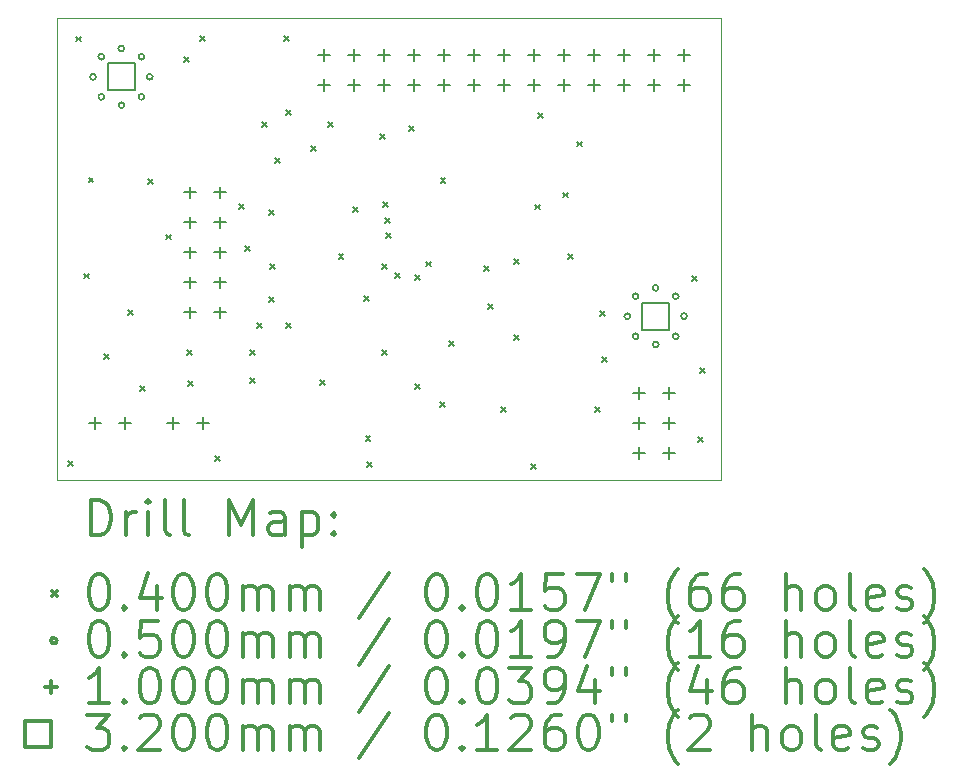
<source format=gbr>
%FSLAX45Y45*%
G04 Gerber Fmt 4.5, Leading zero omitted, Abs format (unit mm)*
G04 Created by KiCad (PCBNEW (5.1.10-1-10_14)) date 2021-11-11 19:57:23*
%MOMM*%
%LPD*%
G01*
G04 APERTURE LIST*
%TA.AperFunction,Profile*%
%ADD10C,0.050000*%
%TD*%
%ADD11C,0.200000*%
%ADD12C,0.300000*%
G04 APERTURE END LIST*
D10*
X7315200Y-14620240D02*
X12934950Y-14620240D01*
X7315200Y-10712450D02*
X12934950Y-10712450D01*
X7315200Y-14620240D02*
X7315200Y-10712450D01*
X12934950Y-10712450D02*
X12934950Y-14620240D01*
D11*
X7409500Y-14458000D02*
X7449500Y-14498000D01*
X7449500Y-14458000D02*
X7409500Y-14498000D01*
X7473000Y-10866440D02*
X7513000Y-10906440D01*
X7513000Y-10866440D02*
X7473000Y-10906440D01*
X7544120Y-12873040D02*
X7584120Y-12913040D01*
X7584120Y-12873040D02*
X7544120Y-12913040D01*
X7582220Y-12060240D02*
X7622220Y-12100240D01*
X7622220Y-12060240D02*
X7582220Y-12100240D01*
X7714300Y-13553760D02*
X7754300Y-13593760D01*
X7754300Y-13553760D02*
X7714300Y-13593760D01*
X7914960Y-13182920D02*
X7954960Y-13222920D01*
X7954960Y-13182920D02*
X7914960Y-13222920D01*
X8019100Y-13828080D02*
X8059100Y-13868080D01*
X8059100Y-13828080D02*
X8019100Y-13868080D01*
X8082600Y-12070400D02*
X8122600Y-12110400D01*
X8122600Y-12070400D02*
X8082600Y-12110400D01*
X8240080Y-12542840D02*
X8280080Y-12582840D01*
X8280080Y-12542840D02*
X8240080Y-12582840D01*
X8387400Y-11041700D02*
X8427400Y-11081700D01*
X8427400Y-11041700D02*
X8387400Y-11081700D01*
X8412800Y-13518200D02*
X8452800Y-13558200D01*
X8452800Y-13518200D02*
X8412800Y-13558200D01*
X8422960Y-13784900D02*
X8462960Y-13824900D01*
X8462960Y-13784900D02*
X8422960Y-13824900D01*
X8527100Y-10863900D02*
X8567100Y-10903900D01*
X8567100Y-10863900D02*
X8527100Y-10903900D01*
X8654100Y-14419900D02*
X8694100Y-14459900D01*
X8694100Y-14419900D02*
X8654100Y-14459900D01*
X8857300Y-12286300D02*
X8897300Y-12326300D01*
X8897300Y-12286300D02*
X8857300Y-12326300D01*
X8908100Y-12641900D02*
X8948100Y-12681900D01*
X8948100Y-12641900D02*
X8908100Y-12681900D01*
X8946200Y-13518200D02*
X8986200Y-13558200D01*
X8986200Y-13518200D02*
X8946200Y-13558200D01*
X8951280Y-13759500D02*
X8991280Y-13799500D01*
X8991280Y-13759500D02*
X8951280Y-13799500D01*
X9009700Y-13289600D02*
X9049700Y-13329600D01*
X9049700Y-13289600D02*
X9009700Y-13329600D01*
X9047800Y-11587800D02*
X9087800Y-11627800D01*
X9087800Y-11587800D02*
X9047800Y-11627800D01*
X9111300Y-12337100D02*
X9151300Y-12377100D01*
X9151300Y-12337100D02*
X9111300Y-12377100D01*
X9111300Y-13073700D02*
X9151300Y-13113700D01*
X9151300Y-13073700D02*
X9111300Y-13113700D01*
X9118920Y-12791760D02*
X9158920Y-12831760D01*
X9158920Y-12791760D02*
X9118920Y-12831760D01*
X9162100Y-11892600D02*
X9202100Y-11932600D01*
X9202100Y-11892600D02*
X9162100Y-11932600D01*
X9238300Y-10863900D02*
X9278300Y-10903900D01*
X9278300Y-10863900D02*
X9238300Y-10903900D01*
X9251000Y-11486200D02*
X9291000Y-11526200D01*
X9291000Y-11486200D02*
X9251000Y-11526200D01*
X9256080Y-13294680D02*
X9296080Y-13334680D01*
X9296080Y-13294680D02*
X9256080Y-13334680D01*
X9466900Y-11791000D02*
X9506900Y-11831000D01*
X9506900Y-11791000D02*
X9466900Y-11831000D01*
X9543100Y-13772200D02*
X9583100Y-13812200D01*
X9583100Y-13772200D02*
X9543100Y-13812200D01*
X9610019Y-11587800D02*
X9650019Y-11627800D01*
X9650019Y-11587800D02*
X9610019Y-11627800D01*
X9698040Y-12705400D02*
X9738040Y-12745400D01*
X9738040Y-12705400D02*
X9698040Y-12745400D01*
X9822500Y-12311700D02*
X9862500Y-12351700D01*
X9862500Y-12311700D02*
X9822500Y-12351700D01*
X9911400Y-13061000D02*
X9951400Y-13101000D01*
X9951400Y-13061000D02*
X9911400Y-13101000D01*
X9926640Y-14249720D02*
X9966640Y-14289720D01*
X9966640Y-14249720D02*
X9926640Y-14289720D01*
X9936800Y-14470700D02*
X9976800Y-14510700D01*
X9976800Y-14470700D02*
X9936800Y-14510700D01*
X10048560Y-11689400D02*
X10088560Y-11729400D01*
X10088560Y-11689400D02*
X10048560Y-11729400D01*
X10063800Y-12792900D02*
X10103800Y-12832900D01*
X10103800Y-12792900D02*
X10063800Y-12832900D01*
X10066340Y-13518200D02*
X10106340Y-13558200D01*
X10106340Y-13518200D02*
X10066340Y-13558200D01*
X10076500Y-12268700D02*
X10116500Y-12308700D01*
X10116500Y-12268700D02*
X10076500Y-12308700D01*
X10089200Y-12400600D02*
X10129200Y-12440600D01*
X10129200Y-12400600D02*
X10089200Y-12440600D01*
X10099360Y-12532680D02*
X10139360Y-12572680D01*
X10139360Y-12532680D02*
X10099360Y-12572680D01*
X10178100Y-12870500D02*
X10218100Y-12910500D01*
X10218100Y-12870500D02*
X10178100Y-12910500D01*
X10297480Y-11623360D02*
X10337480Y-11663360D01*
X10337480Y-11623360D02*
X10297480Y-11663360D01*
X10343200Y-13810300D02*
X10383200Y-13850300D01*
X10383200Y-13810300D02*
X10343200Y-13850300D01*
X10348280Y-12888280D02*
X10388280Y-12928280D01*
X10388280Y-12888280D02*
X10348280Y-12928280D01*
X10438450Y-12771440D02*
X10478450Y-12811440D01*
X10478450Y-12771440D02*
X10438450Y-12811440D01*
X10556560Y-13960160D02*
X10596560Y-14000160D01*
X10596560Y-13960160D02*
X10556560Y-14000160D01*
X10561640Y-12065320D02*
X10601640Y-12105320D01*
X10601640Y-12065320D02*
X10561640Y-12105320D01*
X10635300Y-13442000D02*
X10675300Y-13482000D01*
X10675300Y-13442000D02*
X10635300Y-13482000D01*
X10927400Y-12807000D02*
X10967400Y-12847000D01*
X10967400Y-12807000D02*
X10927400Y-12847000D01*
X10962960Y-13132120D02*
X11002960Y-13172120D01*
X11002960Y-13132120D02*
X10962960Y-13172120D01*
X11074720Y-14000800D02*
X11114720Y-14040800D01*
X11114720Y-14000800D02*
X11074720Y-14040800D01*
X11181400Y-12751120D02*
X11221400Y-12791120D01*
X11221400Y-12751120D02*
X11181400Y-12791120D01*
X11181400Y-13391200D02*
X11221400Y-13431200D01*
X11221400Y-13391200D02*
X11181400Y-13431200D01*
X11328720Y-14483400D02*
X11368720Y-14523400D01*
X11368720Y-14483400D02*
X11328720Y-14523400D01*
X11364280Y-12288840D02*
X11404280Y-12328840D01*
X11404280Y-12288840D02*
X11364280Y-12328840D01*
X11389680Y-11516680D02*
X11429680Y-11556680D01*
X11429680Y-11516680D02*
X11389680Y-11556680D01*
X11597960Y-12187240D02*
X11637960Y-12227240D01*
X11637960Y-12187240D02*
X11597960Y-12227240D01*
X11638600Y-12705400D02*
X11678600Y-12745400D01*
X11678600Y-12705400D02*
X11638600Y-12745400D01*
X11719880Y-11755440D02*
X11759880Y-11795440D01*
X11759880Y-11755440D02*
X11719880Y-11795440D01*
X11867200Y-14000800D02*
X11907200Y-14040800D01*
X11907200Y-14000800D02*
X11867200Y-14040800D01*
X11912920Y-13193080D02*
X11952920Y-13233080D01*
X11952920Y-13193080D02*
X11912920Y-13233080D01*
X11930700Y-13581700D02*
X11970700Y-13621700D01*
X11970700Y-13581700D02*
X11930700Y-13621700D01*
X12690160Y-12893360D02*
X12730160Y-12933360D01*
X12730160Y-12893360D02*
X12690160Y-12933360D01*
X12743500Y-14254800D02*
X12783500Y-14294800D01*
X12783500Y-14254800D02*
X12743500Y-14294800D01*
X12756200Y-13670600D02*
X12796200Y-13710600D01*
X12796200Y-13670600D02*
X12756200Y-13710600D01*
X7643760Y-11206480D02*
G75*
G03*
X7643760Y-11206480I-25000J0D01*
G01*
X7714054Y-11036774D02*
G75*
G03*
X7714054Y-11036774I-25000J0D01*
G01*
X7714054Y-11376186D02*
G75*
G03*
X7714054Y-11376186I-25000J0D01*
G01*
X7883760Y-10966480D02*
G75*
G03*
X7883760Y-10966480I-25000J0D01*
G01*
X7883760Y-11446480D02*
G75*
G03*
X7883760Y-11446480I-25000J0D01*
G01*
X8053466Y-11036774D02*
G75*
G03*
X8053466Y-11036774I-25000J0D01*
G01*
X8053466Y-11376186D02*
G75*
G03*
X8053466Y-11376186I-25000J0D01*
G01*
X8123760Y-11206480D02*
G75*
G03*
X8123760Y-11206480I-25000J0D01*
G01*
X12167500Y-13233400D02*
G75*
G03*
X12167500Y-13233400I-25000J0D01*
G01*
X12237794Y-13063694D02*
G75*
G03*
X12237794Y-13063694I-25000J0D01*
G01*
X12237794Y-13403106D02*
G75*
G03*
X12237794Y-13403106I-25000J0D01*
G01*
X12407500Y-12993400D02*
G75*
G03*
X12407500Y-12993400I-25000J0D01*
G01*
X12407500Y-13473400D02*
G75*
G03*
X12407500Y-13473400I-25000J0D01*
G01*
X12577206Y-13063694D02*
G75*
G03*
X12577206Y-13063694I-25000J0D01*
G01*
X12577206Y-13403106D02*
G75*
G03*
X12577206Y-13403106I-25000J0D01*
G01*
X12647500Y-13233400D02*
G75*
G03*
X12647500Y-13233400I-25000J0D01*
G01*
X7632700Y-14085100D02*
X7632700Y-14185100D01*
X7582700Y-14135100D02*
X7682700Y-14135100D01*
X7886700Y-14085100D02*
X7886700Y-14185100D01*
X7836700Y-14135100D02*
X7936700Y-14135100D01*
X8293100Y-14085100D02*
X8293100Y-14185100D01*
X8243100Y-14135100D02*
X8343100Y-14135100D01*
X8439150Y-12135650D02*
X8439150Y-12235650D01*
X8389150Y-12185650D02*
X8489150Y-12185650D01*
X8439150Y-12389650D02*
X8439150Y-12489650D01*
X8389150Y-12439650D02*
X8489150Y-12439650D01*
X8439150Y-12643650D02*
X8439150Y-12743650D01*
X8389150Y-12693650D02*
X8489150Y-12693650D01*
X8439150Y-12897650D02*
X8439150Y-12997650D01*
X8389150Y-12947650D02*
X8489150Y-12947650D01*
X8439150Y-13151650D02*
X8439150Y-13251650D01*
X8389150Y-13201650D02*
X8489150Y-13201650D01*
X8547100Y-14085100D02*
X8547100Y-14185100D01*
X8497100Y-14135100D02*
X8597100Y-14135100D01*
X8693150Y-12135650D02*
X8693150Y-12235650D01*
X8643150Y-12185650D02*
X8743150Y-12185650D01*
X8693150Y-12389650D02*
X8693150Y-12489650D01*
X8643150Y-12439650D02*
X8743150Y-12439650D01*
X8693150Y-12643650D02*
X8693150Y-12743650D01*
X8643150Y-12693650D02*
X8743150Y-12693650D01*
X8693150Y-12897650D02*
X8693150Y-12997650D01*
X8643150Y-12947650D02*
X8743150Y-12947650D01*
X8693150Y-13151650D02*
X8693150Y-13251650D01*
X8643150Y-13201650D02*
X8743150Y-13201650D01*
X9575800Y-10973600D02*
X9575800Y-11073600D01*
X9525800Y-11023600D02*
X9625800Y-11023600D01*
X9575800Y-11227600D02*
X9575800Y-11327600D01*
X9525800Y-11277600D02*
X9625800Y-11277600D01*
X9829800Y-10973600D02*
X9829800Y-11073600D01*
X9779800Y-11023600D02*
X9879800Y-11023600D01*
X9829800Y-11227600D02*
X9829800Y-11327600D01*
X9779800Y-11277600D02*
X9879800Y-11277600D01*
X10083800Y-10973600D02*
X10083800Y-11073600D01*
X10033800Y-11023600D02*
X10133800Y-11023600D01*
X10083800Y-11227600D02*
X10083800Y-11327600D01*
X10033800Y-11277600D02*
X10133800Y-11277600D01*
X10337800Y-10973600D02*
X10337800Y-11073600D01*
X10287800Y-11023600D02*
X10387800Y-11023600D01*
X10337800Y-11227600D02*
X10337800Y-11327600D01*
X10287800Y-11277600D02*
X10387800Y-11277600D01*
X10591800Y-10973600D02*
X10591800Y-11073600D01*
X10541800Y-11023600D02*
X10641800Y-11023600D01*
X10591800Y-11227600D02*
X10591800Y-11327600D01*
X10541800Y-11277600D02*
X10641800Y-11277600D01*
X10845800Y-10973600D02*
X10845800Y-11073600D01*
X10795800Y-11023600D02*
X10895800Y-11023600D01*
X10845800Y-11227600D02*
X10845800Y-11327600D01*
X10795800Y-11277600D02*
X10895800Y-11277600D01*
X11099800Y-10973600D02*
X11099800Y-11073600D01*
X11049800Y-11023600D02*
X11149800Y-11023600D01*
X11099800Y-11227600D02*
X11099800Y-11327600D01*
X11049800Y-11277600D02*
X11149800Y-11277600D01*
X11353800Y-10973600D02*
X11353800Y-11073600D01*
X11303800Y-11023600D02*
X11403800Y-11023600D01*
X11353800Y-11227600D02*
X11353800Y-11327600D01*
X11303800Y-11277600D02*
X11403800Y-11277600D01*
X11607800Y-10973600D02*
X11607800Y-11073600D01*
X11557800Y-11023600D02*
X11657800Y-11023600D01*
X11607800Y-11227600D02*
X11607800Y-11327600D01*
X11557800Y-11277600D02*
X11657800Y-11277600D01*
X11861800Y-10973600D02*
X11861800Y-11073600D01*
X11811800Y-11023600D02*
X11911800Y-11023600D01*
X11861800Y-11227600D02*
X11861800Y-11327600D01*
X11811800Y-11277600D02*
X11911800Y-11277600D01*
X12115800Y-10973600D02*
X12115800Y-11073600D01*
X12065800Y-11023600D02*
X12165800Y-11023600D01*
X12115800Y-11227600D02*
X12115800Y-11327600D01*
X12065800Y-11277600D02*
X12165800Y-11277600D01*
X12242800Y-13831100D02*
X12242800Y-13931100D01*
X12192800Y-13881100D02*
X12292800Y-13881100D01*
X12242800Y-14085100D02*
X12242800Y-14185100D01*
X12192800Y-14135100D02*
X12292800Y-14135100D01*
X12242800Y-14339100D02*
X12242800Y-14439100D01*
X12192800Y-14389100D02*
X12292800Y-14389100D01*
X12369800Y-10973600D02*
X12369800Y-11073600D01*
X12319800Y-11023600D02*
X12419800Y-11023600D01*
X12369800Y-11227600D02*
X12369800Y-11327600D01*
X12319800Y-11277600D02*
X12419800Y-11277600D01*
X12496800Y-13831100D02*
X12496800Y-13931100D01*
X12446800Y-13881100D02*
X12546800Y-13881100D01*
X12496800Y-14085100D02*
X12496800Y-14185100D01*
X12446800Y-14135100D02*
X12546800Y-14135100D01*
X12496800Y-14339100D02*
X12496800Y-14439100D01*
X12446800Y-14389100D02*
X12546800Y-14389100D01*
X12623800Y-10973600D02*
X12623800Y-11073600D01*
X12573800Y-11023600D02*
X12673800Y-11023600D01*
X12623800Y-11227600D02*
X12623800Y-11327600D01*
X12573800Y-11277600D02*
X12673800Y-11277600D01*
X7971898Y-11319618D02*
X7971898Y-11093342D01*
X7745622Y-11093342D01*
X7745622Y-11319618D01*
X7971898Y-11319618D01*
X12495638Y-13346538D02*
X12495638Y-13120262D01*
X12269362Y-13120262D01*
X12269362Y-13346538D01*
X12495638Y-13346538D01*
D12*
X7599128Y-15088454D02*
X7599128Y-14788454D01*
X7670557Y-14788454D01*
X7713414Y-14802740D01*
X7741986Y-14831311D01*
X7756271Y-14859883D01*
X7770557Y-14917026D01*
X7770557Y-14959883D01*
X7756271Y-15017026D01*
X7741986Y-15045597D01*
X7713414Y-15074169D01*
X7670557Y-15088454D01*
X7599128Y-15088454D01*
X7899128Y-15088454D02*
X7899128Y-14888454D01*
X7899128Y-14945597D02*
X7913414Y-14917026D01*
X7927700Y-14902740D01*
X7956271Y-14888454D01*
X7984843Y-14888454D01*
X8084843Y-15088454D02*
X8084843Y-14888454D01*
X8084843Y-14788454D02*
X8070557Y-14802740D01*
X8084843Y-14817026D01*
X8099128Y-14802740D01*
X8084843Y-14788454D01*
X8084843Y-14817026D01*
X8270557Y-15088454D02*
X8241986Y-15074169D01*
X8227700Y-15045597D01*
X8227700Y-14788454D01*
X8427700Y-15088454D02*
X8399128Y-15074169D01*
X8384843Y-15045597D01*
X8384843Y-14788454D01*
X8770557Y-15088454D02*
X8770557Y-14788454D01*
X8870557Y-15002740D01*
X8970557Y-14788454D01*
X8970557Y-15088454D01*
X9241986Y-15088454D02*
X9241986Y-14931311D01*
X9227700Y-14902740D01*
X9199128Y-14888454D01*
X9141986Y-14888454D01*
X9113414Y-14902740D01*
X9241986Y-15074169D02*
X9213414Y-15088454D01*
X9141986Y-15088454D01*
X9113414Y-15074169D01*
X9099128Y-15045597D01*
X9099128Y-15017026D01*
X9113414Y-14988454D01*
X9141986Y-14974169D01*
X9213414Y-14974169D01*
X9241986Y-14959883D01*
X9384843Y-14888454D02*
X9384843Y-15188454D01*
X9384843Y-14902740D02*
X9413414Y-14888454D01*
X9470557Y-14888454D01*
X9499128Y-14902740D01*
X9513414Y-14917026D01*
X9527700Y-14945597D01*
X9527700Y-15031311D01*
X9513414Y-15059883D01*
X9499128Y-15074169D01*
X9470557Y-15088454D01*
X9413414Y-15088454D01*
X9384843Y-15074169D01*
X9656271Y-15059883D02*
X9670557Y-15074169D01*
X9656271Y-15088454D01*
X9641986Y-15074169D01*
X9656271Y-15059883D01*
X9656271Y-15088454D01*
X9656271Y-14902740D02*
X9670557Y-14917026D01*
X9656271Y-14931311D01*
X9641986Y-14917026D01*
X9656271Y-14902740D01*
X9656271Y-14931311D01*
X7272700Y-15562740D02*
X7312700Y-15602740D01*
X7312700Y-15562740D02*
X7272700Y-15602740D01*
X7656271Y-15418454D02*
X7684843Y-15418454D01*
X7713414Y-15432740D01*
X7727700Y-15447026D01*
X7741986Y-15475597D01*
X7756271Y-15532740D01*
X7756271Y-15604169D01*
X7741986Y-15661311D01*
X7727700Y-15689883D01*
X7713414Y-15704169D01*
X7684843Y-15718454D01*
X7656271Y-15718454D01*
X7627700Y-15704169D01*
X7613414Y-15689883D01*
X7599128Y-15661311D01*
X7584843Y-15604169D01*
X7584843Y-15532740D01*
X7599128Y-15475597D01*
X7613414Y-15447026D01*
X7627700Y-15432740D01*
X7656271Y-15418454D01*
X7884843Y-15689883D02*
X7899128Y-15704169D01*
X7884843Y-15718454D01*
X7870557Y-15704169D01*
X7884843Y-15689883D01*
X7884843Y-15718454D01*
X8156271Y-15518454D02*
X8156271Y-15718454D01*
X8084843Y-15404169D02*
X8013414Y-15618454D01*
X8199128Y-15618454D01*
X8370557Y-15418454D02*
X8399128Y-15418454D01*
X8427700Y-15432740D01*
X8441986Y-15447026D01*
X8456271Y-15475597D01*
X8470557Y-15532740D01*
X8470557Y-15604169D01*
X8456271Y-15661311D01*
X8441986Y-15689883D01*
X8427700Y-15704169D01*
X8399128Y-15718454D01*
X8370557Y-15718454D01*
X8341986Y-15704169D01*
X8327700Y-15689883D01*
X8313414Y-15661311D01*
X8299128Y-15604169D01*
X8299128Y-15532740D01*
X8313414Y-15475597D01*
X8327700Y-15447026D01*
X8341986Y-15432740D01*
X8370557Y-15418454D01*
X8656271Y-15418454D02*
X8684843Y-15418454D01*
X8713414Y-15432740D01*
X8727700Y-15447026D01*
X8741986Y-15475597D01*
X8756271Y-15532740D01*
X8756271Y-15604169D01*
X8741986Y-15661311D01*
X8727700Y-15689883D01*
X8713414Y-15704169D01*
X8684843Y-15718454D01*
X8656271Y-15718454D01*
X8627700Y-15704169D01*
X8613414Y-15689883D01*
X8599128Y-15661311D01*
X8584843Y-15604169D01*
X8584843Y-15532740D01*
X8599128Y-15475597D01*
X8613414Y-15447026D01*
X8627700Y-15432740D01*
X8656271Y-15418454D01*
X8884843Y-15718454D02*
X8884843Y-15518454D01*
X8884843Y-15547026D02*
X8899128Y-15532740D01*
X8927700Y-15518454D01*
X8970557Y-15518454D01*
X8999128Y-15532740D01*
X9013414Y-15561311D01*
X9013414Y-15718454D01*
X9013414Y-15561311D02*
X9027700Y-15532740D01*
X9056271Y-15518454D01*
X9099128Y-15518454D01*
X9127700Y-15532740D01*
X9141986Y-15561311D01*
X9141986Y-15718454D01*
X9284843Y-15718454D02*
X9284843Y-15518454D01*
X9284843Y-15547026D02*
X9299128Y-15532740D01*
X9327700Y-15518454D01*
X9370557Y-15518454D01*
X9399128Y-15532740D01*
X9413414Y-15561311D01*
X9413414Y-15718454D01*
X9413414Y-15561311D02*
X9427700Y-15532740D01*
X9456271Y-15518454D01*
X9499128Y-15518454D01*
X9527700Y-15532740D01*
X9541986Y-15561311D01*
X9541986Y-15718454D01*
X10127700Y-15404169D02*
X9870557Y-15789883D01*
X10513414Y-15418454D02*
X10541986Y-15418454D01*
X10570557Y-15432740D01*
X10584843Y-15447026D01*
X10599128Y-15475597D01*
X10613414Y-15532740D01*
X10613414Y-15604169D01*
X10599128Y-15661311D01*
X10584843Y-15689883D01*
X10570557Y-15704169D01*
X10541986Y-15718454D01*
X10513414Y-15718454D01*
X10484843Y-15704169D01*
X10470557Y-15689883D01*
X10456271Y-15661311D01*
X10441986Y-15604169D01*
X10441986Y-15532740D01*
X10456271Y-15475597D01*
X10470557Y-15447026D01*
X10484843Y-15432740D01*
X10513414Y-15418454D01*
X10741986Y-15689883D02*
X10756271Y-15704169D01*
X10741986Y-15718454D01*
X10727700Y-15704169D01*
X10741986Y-15689883D01*
X10741986Y-15718454D01*
X10941986Y-15418454D02*
X10970557Y-15418454D01*
X10999128Y-15432740D01*
X11013414Y-15447026D01*
X11027700Y-15475597D01*
X11041986Y-15532740D01*
X11041986Y-15604169D01*
X11027700Y-15661311D01*
X11013414Y-15689883D01*
X10999128Y-15704169D01*
X10970557Y-15718454D01*
X10941986Y-15718454D01*
X10913414Y-15704169D01*
X10899128Y-15689883D01*
X10884843Y-15661311D01*
X10870557Y-15604169D01*
X10870557Y-15532740D01*
X10884843Y-15475597D01*
X10899128Y-15447026D01*
X10913414Y-15432740D01*
X10941986Y-15418454D01*
X11327700Y-15718454D02*
X11156271Y-15718454D01*
X11241986Y-15718454D02*
X11241986Y-15418454D01*
X11213414Y-15461311D01*
X11184843Y-15489883D01*
X11156271Y-15504169D01*
X11599128Y-15418454D02*
X11456271Y-15418454D01*
X11441986Y-15561311D01*
X11456271Y-15547026D01*
X11484843Y-15532740D01*
X11556271Y-15532740D01*
X11584843Y-15547026D01*
X11599128Y-15561311D01*
X11613414Y-15589883D01*
X11613414Y-15661311D01*
X11599128Y-15689883D01*
X11584843Y-15704169D01*
X11556271Y-15718454D01*
X11484843Y-15718454D01*
X11456271Y-15704169D01*
X11441986Y-15689883D01*
X11713414Y-15418454D02*
X11913414Y-15418454D01*
X11784843Y-15718454D01*
X12013414Y-15418454D02*
X12013414Y-15475597D01*
X12127700Y-15418454D02*
X12127700Y-15475597D01*
X12570557Y-15832740D02*
X12556271Y-15818454D01*
X12527700Y-15775597D01*
X12513414Y-15747026D01*
X12499128Y-15704169D01*
X12484843Y-15632740D01*
X12484843Y-15575597D01*
X12499128Y-15504169D01*
X12513414Y-15461311D01*
X12527700Y-15432740D01*
X12556271Y-15389883D01*
X12570557Y-15375597D01*
X12813414Y-15418454D02*
X12756271Y-15418454D01*
X12727700Y-15432740D01*
X12713414Y-15447026D01*
X12684843Y-15489883D01*
X12670557Y-15547026D01*
X12670557Y-15661311D01*
X12684843Y-15689883D01*
X12699128Y-15704169D01*
X12727700Y-15718454D01*
X12784843Y-15718454D01*
X12813414Y-15704169D01*
X12827700Y-15689883D01*
X12841986Y-15661311D01*
X12841986Y-15589883D01*
X12827700Y-15561311D01*
X12813414Y-15547026D01*
X12784843Y-15532740D01*
X12727700Y-15532740D01*
X12699128Y-15547026D01*
X12684843Y-15561311D01*
X12670557Y-15589883D01*
X13099128Y-15418454D02*
X13041986Y-15418454D01*
X13013414Y-15432740D01*
X12999128Y-15447026D01*
X12970557Y-15489883D01*
X12956271Y-15547026D01*
X12956271Y-15661311D01*
X12970557Y-15689883D01*
X12984843Y-15704169D01*
X13013414Y-15718454D01*
X13070557Y-15718454D01*
X13099128Y-15704169D01*
X13113414Y-15689883D01*
X13127700Y-15661311D01*
X13127700Y-15589883D01*
X13113414Y-15561311D01*
X13099128Y-15547026D01*
X13070557Y-15532740D01*
X13013414Y-15532740D01*
X12984843Y-15547026D01*
X12970557Y-15561311D01*
X12956271Y-15589883D01*
X13484843Y-15718454D02*
X13484843Y-15418454D01*
X13613414Y-15718454D02*
X13613414Y-15561311D01*
X13599128Y-15532740D01*
X13570557Y-15518454D01*
X13527700Y-15518454D01*
X13499128Y-15532740D01*
X13484843Y-15547026D01*
X13799128Y-15718454D02*
X13770557Y-15704169D01*
X13756271Y-15689883D01*
X13741986Y-15661311D01*
X13741986Y-15575597D01*
X13756271Y-15547026D01*
X13770557Y-15532740D01*
X13799128Y-15518454D01*
X13841986Y-15518454D01*
X13870557Y-15532740D01*
X13884843Y-15547026D01*
X13899128Y-15575597D01*
X13899128Y-15661311D01*
X13884843Y-15689883D01*
X13870557Y-15704169D01*
X13841986Y-15718454D01*
X13799128Y-15718454D01*
X14070557Y-15718454D02*
X14041986Y-15704169D01*
X14027700Y-15675597D01*
X14027700Y-15418454D01*
X14299128Y-15704169D02*
X14270557Y-15718454D01*
X14213414Y-15718454D01*
X14184843Y-15704169D01*
X14170557Y-15675597D01*
X14170557Y-15561311D01*
X14184843Y-15532740D01*
X14213414Y-15518454D01*
X14270557Y-15518454D01*
X14299128Y-15532740D01*
X14313414Y-15561311D01*
X14313414Y-15589883D01*
X14170557Y-15618454D01*
X14427700Y-15704169D02*
X14456271Y-15718454D01*
X14513414Y-15718454D01*
X14541986Y-15704169D01*
X14556271Y-15675597D01*
X14556271Y-15661311D01*
X14541986Y-15632740D01*
X14513414Y-15618454D01*
X14470557Y-15618454D01*
X14441986Y-15604169D01*
X14427700Y-15575597D01*
X14427700Y-15561311D01*
X14441986Y-15532740D01*
X14470557Y-15518454D01*
X14513414Y-15518454D01*
X14541986Y-15532740D01*
X14656271Y-15832740D02*
X14670557Y-15818454D01*
X14699128Y-15775597D01*
X14713414Y-15747026D01*
X14727700Y-15704169D01*
X14741986Y-15632740D01*
X14741986Y-15575597D01*
X14727700Y-15504169D01*
X14713414Y-15461311D01*
X14699128Y-15432740D01*
X14670557Y-15389883D01*
X14656271Y-15375597D01*
X7312700Y-15978740D02*
G75*
G03*
X7312700Y-15978740I-25000J0D01*
G01*
X7656271Y-15814454D02*
X7684843Y-15814454D01*
X7713414Y-15828740D01*
X7727700Y-15843026D01*
X7741986Y-15871597D01*
X7756271Y-15928740D01*
X7756271Y-16000169D01*
X7741986Y-16057311D01*
X7727700Y-16085883D01*
X7713414Y-16100169D01*
X7684843Y-16114454D01*
X7656271Y-16114454D01*
X7627700Y-16100169D01*
X7613414Y-16085883D01*
X7599128Y-16057311D01*
X7584843Y-16000169D01*
X7584843Y-15928740D01*
X7599128Y-15871597D01*
X7613414Y-15843026D01*
X7627700Y-15828740D01*
X7656271Y-15814454D01*
X7884843Y-16085883D02*
X7899128Y-16100169D01*
X7884843Y-16114454D01*
X7870557Y-16100169D01*
X7884843Y-16085883D01*
X7884843Y-16114454D01*
X8170557Y-15814454D02*
X8027700Y-15814454D01*
X8013414Y-15957311D01*
X8027700Y-15943026D01*
X8056271Y-15928740D01*
X8127700Y-15928740D01*
X8156271Y-15943026D01*
X8170557Y-15957311D01*
X8184843Y-15985883D01*
X8184843Y-16057311D01*
X8170557Y-16085883D01*
X8156271Y-16100169D01*
X8127700Y-16114454D01*
X8056271Y-16114454D01*
X8027700Y-16100169D01*
X8013414Y-16085883D01*
X8370557Y-15814454D02*
X8399128Y-15814454D01*
X8427700Y-15828740D01*
X8441986Y-15843026D01*
X8456271Y-15871597D01*
X8470557Y-15928740D01*
X8470557Y-16000169D01*
X8456271Y-16057311D01*
X8441986Y-16085883D01*
X8427700Y-16100169D01*
X8399128Y-16114454D01*
X8370557Y-16114454D01*
X8341986Y-16100169D01*
X8327700Y-16085883D01*
X8313414Y-16057311D01*
X8299128Y-16000169D01*
X8299128Y-15928740D01*
X8313414Y-15871597D01*
X8327700Y-15843026D01*
X8341986Y-15828740D01*
X8370557Y-15814454D01*
X8656271Y-15814454D02*
X8684843Y-15814454D01*
X8713414Y-15828740D01*
X8727700Y-15843026D01*
X8741986Y-15871597D01*
X8756271Y-15928740D01*
X8756271Y-16000169D01*
X8741986Y-16057311D01*
X8727700Y-16085883D01*
X8713414Y-16100169D01*
X8684843Y-16114454D01*
X8656271Y-16114454D01*
X8627700Y-16100169D01*
X8613414Y-16085883D01*
X8599128Y-16057311D01*
X8584843Y-16000169D01*
X8584843Y-15928740D01*
X8599128Y-15871597D01*
X8613414Y-15843026D01*
X8627700Y-15828740D01*
X8656271Y-15814454D01*
X8884843Y-16114454D02*
X8884843Y-15914454D01*
X8884843Y-15943026D02*
X8899128Y-15928740D01*
X8927700Y-15914454D01*
X8970557Y-15914454D01*
X8999128Y-15928740D01*
X9013414Y-15957311D01*
X9013414Y-16114454D01*
X9013414Y-15957311D02*
X9027700Y-15928740D01*
X9056271Y-15914454D01*
X9099128Y-15914454D01*
X9127700Y-15928740D01*
X9141986Y-15957311D01*
X9141986Y-16114454D01*
X9284843Y-16114454D02*
X9284843Y-15914454D01*
X9284843Y-15943026D02*
X9299128Y-15928740D01*
X9327700Y-15914454D01*
X9370557Y-15914454D01*
X9399128Y-15928740D01*
X9413414Y-15957311D01*
X9413414Y-16114454D01*
X9413414Y-15957311D02*
X9427700Y-15928740D01*
X9456271Y-15914454D01*
X9499128Y-15914454D01*
X9527700Y-15928740D01*
X9541986Y-15957311D01*
X9541986Y-16114454D01*
X10127700Y-15800169D02*
X9870557Y-16185883D01*
X10513414Y-15814454D02*
X10541986Y-15814454D01*
X10570557Y-15828740D01*
X10584843Y-15843026D01*
X10599128Y-15871597D01*
X10613414Y-15928740D01*
X10613414Y-16000169D01*
X10599128Y-16057311D01*
X10584843Y-16085883D01*
X10570557Y-16100169D01*
X10541986Y-16114454D01*
X10513414Y-16114454D01*
X10484843Y-16100169D01*
X10470557Y-16085883D01*
X10456271Y-16057311D01*
X10441986Y-16000169D01*
X10441986Y-15928740D01*
X10456271Y-15871597D01*
X10470557Y-15843026D01*
X10484843Y-15828740D01*
X10513414Y-15814454D01*
X10741986Y-16085883D02*
X10756271Y-16100169D01*
X10741986Y-16114454D01*
X10727700Y-16100169D01*
X10741986Y-16085883D01*
X10741986Y-16114454D01*
X10941986Y-15814454D02*
X10970557Y-15814454D01*
X10999128Y-15828740D01*
X11013414Y-15843026D01*
X11027700Y-15871597D01*
X11041986Y-15928740D01*
X11041986Y-16000169D01*
X11027700Y-16057311D01*
X11013414Y-16085883D01*
X10999128Y-16100169D01*
X10970557Y-16114454D01*
X10941986Y-16114454D01*
X10913414Y-16100169D01*
X10899128Y-16085883D01*
X10884843Y-16057311D01*
X10870557Y-16000169D01*
X10870557Y-15928740D01*
X10884843Y-15871597D01*
X10899128Y-15843026D01*
X10913414Y-15828740D01*
X10941986Y-15814454D01*
X11327700Y-16114454D02*
X11156271Y-16114454D01*
X11241986Y-16114454D02*
X11241986Y-15814454D01*
X11213414Y-15857311D01*
X11184843Y-15885883D01*
X11156271Y-15900169D01*
X11470557Y-16114454D02*
X11527700Y-16114454D01*
X11556271Y-16100169D01*
X11570557Y-16085883D01*
X11599128Y-16043026D01*
X11613414Y-15985883D01*
X11613414Y-15871597D01*
X11599128Y-15843026D01*
X11584843Y-15828740D01*
X11556271Y-15814454D01*
X11499128Y-15814454D01*
X11470557Y-15828740D01*
X11456271Y-15843026D01*
X11441986Y-15871597D01*
X11441986Y-15943026D01*
X11456271Y-15971597D01*
X11470557Y-15985883D01*
X11499128Y-16000169D01*
X11556271Y-16000169D01*
X11584843Y-15985883D01*
X11599128Y-15971597D01*
X11613414Y-15943026D01*
X11713414Y-15814454D02*
X11913414Y-15814454D01*
X11784843Y-16114454D01*
X12013414Y-15814454D02*
X12013414Y-15871597D01*
X12127700Y-15814454D02*
X12127700Y-15871597D01*
X12570557Y-16228740D02*
X12556271Y-16214454D01*
X12527700Y-16171597D01*
X12513414Y-16143026D01*
X12499128Y-16100169D01*
X12484843Y-16028740D01*
X12484843Y-15971597D01*
X12499128Y-15900169D01*
X12513414Y-15857311D01*
X12527700Y-15828740D01*
X12556271Y-15785883D01*
X12570557Y-15771597D01*
X12841986Y-16114454D02*
X12670557Y-16114454D01*
X12756271Y-16114454D02*
X12756271Y-15814454D01*
X12727700Y-15857311D01*
X12699128Y-15885883D01*
X12670557Y-15900169D01*
X13099128Y-15814454D02*
X13041986Y-15814454D01*
X13013414Y-15828740D01*
X12999128Y-15843026D01*
X12970557Y-15885883D01*
X12956271Y-15943026D01*
X12956271Y-16057311D01*
X12970557Y-16085883D01*
X12984843Y-16100169D01*
X13013414Y-16114454D01*
X13070557Y-16114454D01*
X13099128Y-16100169D01*
X13113414Y-16085883D01*
X13127700Y-16057311D01*
X13127700Y-15985883D01*
X13113414Y-15957311D01*
X13099128Y-15943026D01*
X13070557Y-15928740D01*
X13013414Y-15928740D01*
X12984843Y-15943026D01*
X12970557Y-15957311D01*
X12956271Y-15985883D01*
X13484843Y-16114454D02*
X13484843Y-15814454D01*
X13613414Y-16114454D02*
X13613414Y-15957311D01*
X13599128Y-15928740D01*
X13570557Y-15914454D01*
X13527700Y-15914454D01*
X13499128Y-15928740D01*
X13484843Y-15943026D01*
X13799128Y-16114454D02*
X13770557Y-16100169D01*
X13756271Y-16085883D01*
X13741986Y-16057311D01*
X13741986Y-15971597D01*
X13756271Y-15943026D01*
X13770557Y-15928740D01*
X13799128Y-15914454D01*
X13841986Y-15914454D01*
X13870557Y-15928740D01*
X13884843Y-15943026D01*
X13899128Y-15971597D01*
X13899128Y-16057311D01*
X13884843Y-16085883D01*
X13870557Y-16100169D01*
X13841986Y-16114454D01*
X13799128Y-16114454D01*
X14070557Y-16114454D02*
X14041986Y-16100169D01*
X14027700Y-16071597D01*
X14027700Y-15814454D01*
X14299128Y-16100169D02*
X14270557Y-16114454D01*
X14213414Y-16114454D01*
X14184843Y-16100169D01*
X14170557Y-16071597D01*
X14170557Y-15957311D01*
X14184843Y-15928740D01*
X14213414Y-15914454D01*
X14270557Y-15914454D01*
X14299128Y-15928740D01*
X14313414Y-15957311D01*
X14313414Y-15985883D01*
X14170557Y-16014454D01*
X14427700Y-16100169D02*
X14456271Y-16114454D01*
X14513414Y-16114454D01*
X14541986Y-16100169D01*
X14556271Y-16071597D01*
X14556271Y-16057311D01*
X14541986Y-16028740D01*
X14513414Y-16014454D01*
X14470557Y-16014454D01*
X14441986Y-16000169D01*
X14427700Y-15971597D01*
X14427700Y-15957311D01*
X14441986Y-15928740D01*
X14470557Y-15914454D01*
X14513414Y-15914454D01*
X14541986Y-15928740D01*
X14656271Y-16228740D02*
X14670557Y-16214454D01*
X14699128Y-16171597D01*
X14713414Y-16143026D01*
X14727700Y-16100169D01*
X14741986Y-16028740D01*
X14741986Y-15971597D01*
X14727700Y-15900169D01*
X14713414Y-15857311D01*
X14699128Y-15828740D01*
X14670557Y-15785883D01*
X14656271Y-15771597D01*
X7262700Y-16324740D02*
X7262700Y-16424740D01*
X7212700Y-16374740D02*
X7312700Y-16374740D01*
X7756271Y-16510454D02*
X7584843Y-16510454D01*
X7670557Y-16510454D02*
X7670557Y-16210454D01*
X7641986Y-16253311D01*
X7613414Y-16281883D01*
X7584843Y-16296169D01*
X7884843Y-16481883D02*
X7899128Y-16496169D01*
X7884843Y-16510454D01*
X7870557Y-16496169D01*
X7884843Y-16481883D01*
X7884843Y-16510454D01*
X8084843Y-16210454D02*
X8113414Y-16210454D01*
X8141986Y-16224740D01*
X8156271Y-16239026D01*
X8170557Y-16267597D01*
X8184843Y-16324740D01*
X8184843Y-16396169D01*
X8170557Y-16453311D01*
X8156271Y-16481883D01*
X8141986Y-16496169D01*
X8113414Y-16510454D01*
X8084843Y-16510454D01*
X8056271Y-16496169D01*
X8041986Y-16481883D01*
X8027700Y-16453311D01*
X8013414Y-16396169D01*
X8013414Y-16324740D01*
X8027700Y-16267597D01*
X8041986Y-16239026D01*
X8056271Y-16224740D01*
X8084843Y-16210454D01*
X8370557Y-16210454D02*
X8399128Y-16210454D01*
X8427700Y-16224740D01*
X8441986Y-16239026D01*
X8456271Y-16267597D01*
X8470557Y-16324740D01*
X8470557Y-16396169D01*
X8456271Y-16453311D01*
X8441986Y-16481883D01*
X8427700Y-16496169D01*
X8399128Y-16510454D01*
X8370557Y-16510454D01*
X8341986Y-16496169D01*
X8327700Y-16481883D01*
X8313414Y-16453311D01*
X8299128Y-16396169D01*
X8299128Y-16324740D01*
X8313414Y-16267597D01*
X8327700Y-16239026D01*
X8341986Y-16224740D01*
X8370557Y-16210454D01*
X8656271Y-16210454D02*
X8684843Y-16210454D01*
X8713414Y-16224740D01*
X8727700Y-16239026D01*
X8741986Y-16267597D01*
X8756271Y-16324740D01*
X8756271Y-16396169D01*
X8741986Y-16453311D01*
X8727700Y-16481883D01*
X8713414Y-16496169D01*
X8684843Y-16510454D01*
X8656271Y-16510454D01*
X8627700Y-16496169D01*
X8613414Y-16481883D01*
X8599128Y-16453311D01*
X8584843Y-16396169D01*
X8584843Y-16324740D01*
X8599128Y-16267597D01*
X8613414Y-16239026D01*
X8627700Y-16224740D01*
X8656271Y-16210454D01*
X8884843Y-16510454D02*
X8884843Y-16310454D01*
X8884843Y-16339026D02*
X8899128Y-16324740D01*
X8927700Y-16310454D01*
X8970557Y-16310454D01*
X8999128Y-16324740D01*
X9013414Y-16353311D01*
X9013414Y-16510454D01*
X9013414Y-16353311D02*
X9027700Y-16324740D01*
X9056271Y-16310454D01*
X9099128Y-16310454D01*
X9127700Y-16324740D01*
X9141986Y-16353311D01*
X9141986Y-16510454D01*
X9284843Y-16510454D02*
X9284843Y-16310454D01*
X9284843Y-16339026D02*
X9299128Y-16324740D01*
X9327700Y-16310454D01*
X9370557Y-16310454D01*
X9399128Y-16324740D01*
X9413414Y-16353311D01*
X9413414Y-16510454D01*
X9413414Y-16353311D02*
X9427700Y-16324740D01*
X9456271Y-16310454D01*
X9499128Y-16310454D01*
X9527700Y-16324740D01*
X9541986Y-16353311D01*
X9541986Y-16510454D01*
X10127700Y-16196169D02*
X9870557Y-16581883D01*
X10513414Y-16210454D02*
X10541986Y-16210454D01*
X10570557Y-16224740D01*
X10584843Y-16239026D01*
X10599128Y-16267597D01*
X10613414Y-16324740D01*
X10613414Y-16396169D01*
X10599128Y-16453311D01*
X10584843Y-16481883D01*
X10570557Y-16496169D01*
X10541986Y-16510454D01*
X10513414Y-16510454D01*
X10484843Y-16496169D01*
X10470557Y-16481883D01*
X10456271Y-16453311D01*
X10441986Y-16396169D01*
X10441986Y-16324740D01*
X10456271Y-16267597D01*
X10470557Y-16239026D01*
X10484843Y-16224740D01*
X10513414Y-16210454D01*
X10741986Y-16481883D02*
X10756271Y-16496169D01*
X10741986Y-16510454D01*
X10727700Y-16496169D01*
X10741986Y-16481883D01*
X10741986Y-16510454D01*
X10941986Y-16210454D02*
X10970557Y-16210454D01*
X10999128Y-16224740D01*
X11013414Y-16239026D01*
X11027700Y-16267597D01*
X11041986Y-16324740D01*
X11041986Y-16396169D01*
X11027700Y-16453311D01*
X11013414Y-16481883D01*
X10999128Y-16496169D01*
X10970557Y-16510454D01*
X10941986Y-16510454D01*
X10913414Y-16496169D01*
X10899128Y-16481883D01*
X10884843Y-16453311D01*
X10870557Y-16396169D01*
X10870557Y-16324740D01*
X10884843Y-16267597D01*
X10899128Y-16239026D01*
X10913414Y-16224740D01*
X10941986Y-16210454D01*
X11141986Y-16210454D02*
X11327700Y-16210454D01*
X11227700Y-16324740D01*
X11270557Y-16324740D01*
X11299128Y-16339026D01*
X11313414Y-16353311D01*
X11327700Y-16381883D01*
X11327700Y-16453311D01*
X11313414Y-16481883D01*
X11299128Y-16496169D01*
X11270557Y-16510454D01*
X11184843Y-16510454D01*
X11156271Y-16496169D01*
X11141986Y-16481883D01*
X11470557Y-16510454D02*
X11527700Y-16510454D01*
X11556271Y-16496169D01*
X11570557Y-16481883D01*
X11599128Y-16439026D01*
X11613414Y-16381883D01*
X11613414Y-16267597D01*
X11599128Y-16239026D01*
X11584843Y-16224740D01*
X11556271Y-16210454D01*
X11499128Y-16210454D01*
X11470557Y-16224740D01*
X11456271Y-16239026D01*
X11441986Y-16267597D01*
X11441986Y-16339026D01*
X11456271Y-16367597D01*
X11470557Y-16381883D01*
X11499128Y-16396169D01*
X11556271Y-16396169D01*
X11584843Y-16381883D01*
X11599128Y-16367597D01*
X11613414Y-16339026D01*
X11870557Y-16310454D02*
X11870557Y-16510454D01*
X11799128Y-16196169D02*
X11727700Y-16410454D01*
X11913414Y-16410454D01*
X12013414Y-16210454D02*
X12013414Y-16267597D01*
X12127700Y-16210454D02*
X12127700Y-16267597D01*
X12570557Y-16624740D02*
X12556271Y-16610454D01*
X12527700Y-16567597D01*
X12513414Y-16539026D01*
X12499128Y-16496169D01*
X12484843Y-16424740D01*
X12484843Y-16367597D01*
X12499128Y-16296169D01*
X12513414Y-16253311D01*
X12527700Y-16224740D01*
X12556271Y-16181883D01*
X12570557Y-16167597D01*
X12813414Y-16310454D02*
X12813414Y-16510454D01*
X12741986Y-16196169D02*
X12670557Y-16410454D01*
X12856271Y-16410454D01*
X13099128Y-16210454D02*
X13041986Y-16210454D01*
X13013414Y-16224740D01*
X12999128Y-16239026D01*
X12970557Y-16281883D01*
X12956271Y-16339026D01*
X12956271Y-16453311D01*
X12970557Y-16481883D01*
X12984843Y-16496169D01*
X13013414Y-16510454D01*
X13070557Y-16510454D01*
X13099128Y-16496169D01*
X13113414Y-16481883D01*
X13127700Y-16453311D01*
X13127700Y-16381883D01*
X13113414Y-16353311D01*
X13099128Y-16339026D01*
X13070557Y-16324740D01*
X13013414Y-16324740D01*
X12984843Y-16339026D01*
X12970557Y-16353311D01*
X12956271Y-16381883D01*
X13484843Y-16510454D02*
X13484843Y-16210454D01*
X13613414Y-16510454D02*
X13613414Y-16353311D01*
X13599128Y-16324740D01*
X13570557Y-16310454D01*
X13527700Y-16310454D01*
X13499128Y-16324740D01*
X13484843Y-16339026D01*
X13799128Y-16510454D02*
X13770557Y-16496169D01*
X13756271Y-16481883D01*
X13741986Y-16453311D01*
X13741986Y-16367597D01*
X13756271Y-16339026D01*
X13770557Y-16324740D01*
X13799128Y-16310454D01*
X13841986Y-16310454D01*
X13870557Y-16324740D01*
X13884843Y-16339026D01*
X13899128Y-16367597D01*
X13899128Y-16453311D01*
X13884843Y-16481883D01*
X13870557Y-16496169D01*
X13841986Y-16510454D01*
X13799128Y-16510454D01*
X14070557Y-16510454D02*
X14041986Y-16496169D01*
X14027700Y-16467597D01*
X14027700Y-16210454D01*
X14299128Y-16496169D02*
X14270557Y-16510454D01*
X14213414Y-16510454D01*
X14184843Y-16496169D01*
X14170557Y-16467597D01*
X14170557Y-16353311D01*
X14184843Y-16324740D01*
X14213414Y-16310454D01*
X14270557Y-16310454D01*
X14299128Y-16324740D01*
X14313414Y-16353311D01*
X14313414Y-16381883D01*
X14170557Y-16410454D01*
X14427700Y-16496169D02*
X14456271Y-16510454D01*
X14513414Y-16510454D01*
X14541986Y-16496169D01*
X14556271Y-16467597D01*
X14556271Y-16453311D01*
X14541986Y-16424740D01*
X14513414Y-16410454D01*
X14470557Y-16410454D01*
X14441986Y-16396169D01*
X14427700Y-16367597D01*
X14427700Y-16353311D01*
X14441986Y-16324740D01*
X14470557Y-16310454D01*
X14513414Y-16310454D01*
X14541986Y-16324740D01*
X14656271Y-16624740D02*
X14670557Y-16610454D01*
X14699128Y-16567597D01*
X14713414Y-16539026D01*
X14727700Y-16496169D01*
X14741986Y-16424740D01*
X14741986Y-16367597D01*
X14727700Y-16296169D01*
X14713414Y-16253311D01*
X14699128Y-16224740D01*
X14670557Y-16181883D01*
X14656271Y-16167597D01*
X7265838Y-16883878D02*
X7265838Y-16657602D01*
X7039562Y-16657602D01*
X7039562Y-16883878D01*
X7265838Y-16883878D01*
X7570557Y-16606454D02*
X7756271Y-16606454D01*
X7656271Y-16720740D01*
X7699128Y-16720740D01*
X7727700Y-16735026D01*
X7741986Y-16749311D01*
X7756271Y-16777883D01*
X7756271Y-16849312D01*
X7741986Y-16877883D01*
X7727700Y-16892169D01*
X7699128Y-16906454D01*
X7613414Y-16906454D01*
X7584843Y-16892169D01*
X7570557Y-16877883D01*
X7884843Y-16877883D02*
X7899128Y-16892169D01*
X7884843Y-16906454D01*
X7870557Y-16892169D01*
X7884843Y-16877883D01*
X7884843Y-16906454D01*
X8013414Y-16635026D02*
X8027700Y-16620740D01*
X8056271Y-16606454D01*
X8127700Y-16606454D01*
X8156271Y-16620740D01*
X8170557Y-16635026D01*
X8184843Y-16663597D01*
X8184843Y-16692169D01*
X8170557Y-16735026D01*
X7999128Y-16906454D01*
X8184843Y-16906454D01*
X8370557Y-16606454D02*
X8399128Y-16606454D01*
X8427700Y-16620740D01*
X8441986Y-16635026D01*
X8456271Y-16663597D01*
X8470557Y-16720740D01*
X8470557Y-16792169D01*
X8456271Y-16849312D01*
X8441986Y-16877883D01*
X8427700Y-16892169D01*
X8399128Y-16906454D01*
X8370557Y-16906454D01*
X8341986Y-16892169D01*
X8327700Y-16877883D01*
X8313414Y-16849312D01*
X8299128Y-16792169D01*
X8299128Y-16720740D01*
X8313414Y-16663597D01*
X8327700Y-16635026D01*
X8341986Y-16620740D01*
X8370557Y-16606454D01*
X8656271Y-16606454D02*
X8684843Y-16606454D01*
X8713414Y-16620740D01*
X8727700Y-16635026D01*
X8741986Y-16663597D01*
X8756271Y-16720740D01*
X8756271Y-16792169D01*
X8741986Y-16849312D01*
X8727700Y-16877883D01*
X8713414Y-16892169D01*
X8684843Y-16906454D01*
X8656271Y-16906454D01*
X8627700Y-16892169D01*
X8613414Y-16877883D01*
X8599128Y-16849312D01*
X8584843Y-16792169D01*
X8584843Y-16720740D01*
X8599128Y-16663597D01*
X8613414Y-16635026D01*
X8627700Y-16620740D01*
X8656271Y-16606454D01*
X8884843Y-16906454D02*
X8884843Y-16706454D01*
X8884843Y-16735026D02*
X8899128Y-16720740D01*
X8927700Y-16706454D01*
X8970557Y-16706454D01*
X8999128Y-16720740D01*
X9013414Y-16749311D01*
X9013414Y-16906454D01*
X9013414Y-16749311D02*
X9027700Y-16720740D01*
X9056271Y-16706454D01*
X9099128Y-16706454D01*
X9127700Y-16720740D01*
X9141986Y-16749311D01*
X9141986Y-16906454D01*
X9284843Y-16906454D02*
X9284843Y-16706454D01*
X9284843Y-16735026D02*
X9299128Y-16720740D01*
X9327700Y-16706454D01*
X9370557Y-16706454D01*
X9399128Y-16720740D01*
X9413414Y-16749311D01*
X9413414Y-16906454D01*
X9413414Y-16749311D02*
X9427700Y-16720740D01*
X9456271Y-16706454D01*
X9499128Y-16706454D01*
X9527700Y-16720740D01*
X9541986Y-16749311D01*
X9541986Y-16906454D01*
X10127700Y-16592169D02*
X9870557Y-16977883D01*
X10513414Y-16606454D02*
X10541986Y-16606454D01*
X10570557Y-16620740D01*
X10584843Y-16635026D01*
X10599128Y-16663597D01*
X10613414Y-16720740D01*
X10613414Y-16792169D01*
X10599128Y-16849312D01*
X10584843Y-16877883D01*
X10570557Y-16892169D01*
X10541986Y-16906454D01*
X10513414Y-16906454D01*
X10484843Y-16892169D01*
X10470557Y-16877883D01*
X10456271Y-16849312D01*
X10441986Y-16792169D01*
X10441986Y-16720740D01*
X10456271Y-16663597D01*
X10470557Y-16635026D01*
X10484843Y-16620740D01*
X10513414Y-16606454D01*
X10741986Y-16877883D02*
X10756271Y-16892169D01*
X10741986Y-16906454D01*
X10727700Y-16892169D01*
X10741986Y-16877883D01*
X10741986Y-16906454D01*
X11041986Y-16906454D02*
X10870557Y-16906454D01*
X10956271Y-16906454D02*
X10956271Y-16606454D01*
X10927700Y-16649311D01*
X10899128Y-16677883D01*
X10870557Y-16692169D01*
X11156271Y-16635026D02*
X11170557Y-16620740D01*
X11199128Y-16606454D01*
X11270557Y-16606454D01*
X11299128Y-16620740D01*
X11313414Y-16635026D01*
X11327700Y-16663597D01*
X11327700Y-16692169D01*
X11313414Y-16735026D01*
X11141986Y-16906454D01*
X11327700Y-16906454D01*
X11584843Y-16606454D02*
X11527700Y-16606454D01*
X11499128Y-16620740D01*
X11484843Y-16635026D01*
X11456271Y-16677883D01*
X11441986Y-16735026D01*
X11441986Y-16849312D01*
X11456271Y-16877883D01*
X11470557Y-16892169D01*
X11499128Y-16906454D01*
X11556271Y-16906454D01*
X11584843Y-16892169D01*
X11599128Y-16877883D01*
X11613414Y-16849312D01*
X11613414Y-16777883D01*
X11599128Y-16749311D01*
X11584843Y-16735026D01*
X11556271Y-16720740D01*
X11499128Y-16720740D01*
X11470557Y-16735026D01*
X11456271Y-16749311D01*
X11441986Y-16777883D01*
X11799128Y-16606454D02*
X11827700Y-16606454D01*
X11856271Y-16620740D01*
X11870557Y-16635026D01*
X11884843Y-16663597D01*
X11899128Y-16720740D01*
X11899128Y-16792169D01*
X11884843Y-16849312D01*
X11870557Y-16877883D01*
X11856271Y-16892169D01*
X11827700Y-16906454D01*
X11799128Y-16906454D01*
X11770557Y-16892169D01*
X11756271Y-16877883D01*
X11741986Y-16849312D01*
X11727700Y-16792169D01*
X11727700Y-16720740D01*
X11741986Y-16663597D01*
X11756271Y-16635026D01*
X11770557Y-16620740D01*
X11799128Y-16606454D01*
X12013414Y-16606454D02*
X12013414Y-16663597D01*
X12127700Y-16606454D02*
X12127700Y-16663597D01*
X12570557Y-17020740D02*
X12556271Y-17006454D01*
X12527700Y-16963597D01*
X12513414Y-16935026D01*
X12499128Y-16892169D01*
X12484843Y-16820740D01*
X12484843Y-16763597D01*
X12499128Y-16692169D01*
X12513414Y-16649311D01*
X12527700Y-16620740D01*
X12556271Y-16577883D01*
X12570557Y-16563597D01*
X12670557Y-16635026D02*
X12684843Y-16620740D01*
X12713414Y-16606454D01*
X12784843Y-16606454D01*
X12813414Y-16620740D01*
X12827700Y-16635026D01*
X12841986Y-16663597D01*
X12841986Y-16692169D01*
X12827700Y-16735026D01*
X12656271Y-16906454D01*
X12841986Y-16906454D01*
X13199128Y-16906454D02*
X13199128Y-16606454D01*
X13327700Y-16906454D02*
X13327700Y-16749311D01*
X13313414Y-16720740D01*
X13284843Y-16706454D01*
X13241986Y-16706454D01*
X13213414Y-16720740D01*
X13199128Y-16735026D01*
X13513414Y-16906454D02*
X13484843Y-16892169D01*
X13470557Y-16877883D01*
X13456271Y-16849312D01*
X13456271Y-16763597D01*
X13470557Y-16735026D01*
X13484843Y-16720740D01*
X13513414Y-16706454D01*
X13556271Y-16706454D01*
X13584843Y-16720740D01*
X13599128Y-16735026D01*
X13613414Y-16763597D01*
X13613414Y-16849312D01*
X13599128Y-16877883D01*
X13584843Y-16892169D01*
X13556271Y-16906454D01*
X13513414Y-16906454D01*
X13784843Y-16906454D02*
X13756271Y-16892169D01*
X13741986Y-16863597D01*
X13741986Y-16606454D01*
X14013414Y-16892169D02*
X13984843Y-16906454D01*
X13927700Y-16906454D01*
X13899128Y-16892169D01*
X13884843Y-16863597D01*
X13884843Y-16749311D01*
X13899128Y-16720740D01*
X13927700Y-16706454D01*
X13984843Y-16706454D01*
X14013414Y-16720740D01*
X14027700Y-16749311D01*
X14027700Y-16777883D01*
X13884843Y-16806454D01*
X14141986Y-16892169D02*
X14170557Y-16906454D01*
X14227700Y-16906454D01*
X14256271Y-16892169D01*
X14270557Y-16863597D01*
X14270557Y-16849312D01*
X14256271Y-16820740D01*
X14227700Y-16806454D01*
X14184843Y-16806454D01*
X14156271Y-16792169D01*
X14141986Y-16763597D01*
X14141986Y-16749311D01*
X14156271Y-16720740D01*
X14184843Y-16706454D01*
X14227700Y-16706454D01*
X14256271Y-16720740D01*
X14370557Y-17020740D02*
X14384843Y-17006454D01*
X14413414Y-16963597D01*
X14427700Y-16935026D01*
X14441986Y-16892169D01*
X14456271Y-16820740D01*
X14456271Y-16763597D01*
X14441986Y-16692169D01*
X14427700Y-16649311D01*
X14413414Y-16620740D01*
X14384843Y-16577883D01*
X14370557Y-16563597D01*
M02*

</source>
